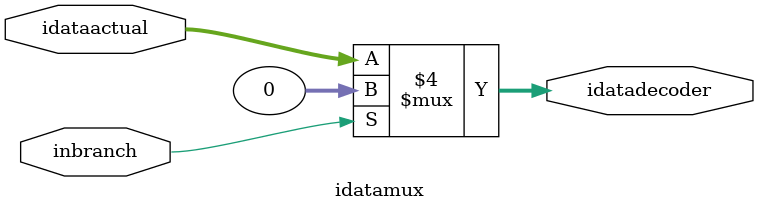
<source format=v>
`timescale 1ns / 1ps
module idatamux( inbranch,idataactual,idatadecoder
    );
input wire inbranch;
input wire [31:0] idataactual;
output reg [31:0] idatadecoder;

always@(*)begin
if (inbranch==1)
idatadecoder<=0;
else
idatadecoder<=idataactual;
end

endmodule

</source>
